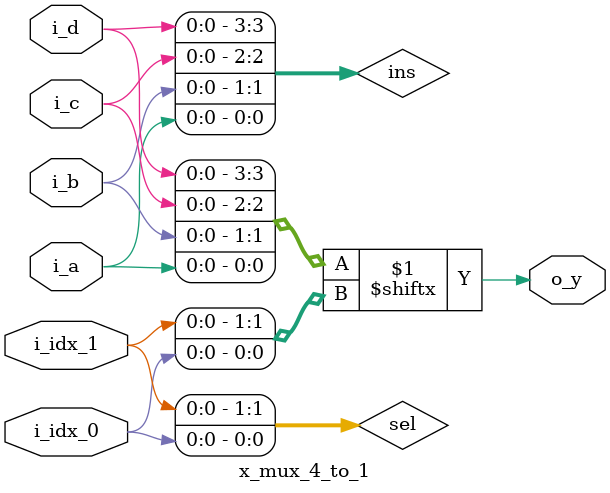
<source format=sv>
module x_mux_4_to_1(
   input    logic       i_a,
   input    logic       i_b,
   input    logic       i_c,
   input    logic       i_d,
   input    logic       i_idx_1,
   input    logic       i_idx_0,
   output   logic       o_y
);

   logic [3:0] ins;
   logic [1:0] sel;

   assign sel = { i_idx_1, 
                  i_idx_0};

   assign ins = { i_d,
                  i_c,
                  i_b,
                  i_a };

   assign o_y = ins[sel];
   
endmodule

</source>
